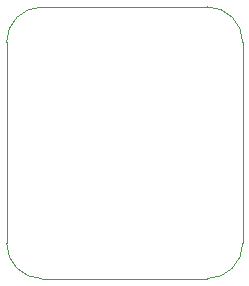
<source format=gm1>
G04 #@! TF.GenerationSoftware,KiCad,Pcbnew,(6.0.11-0)*
G04 #@! TF.CreationDate,2023-06-01T19:50:38-06:00*
G04 #@! TF.ProjectId,LightSensorPCB,4c696768-7453-4656-9e73-6f725043422e,rev?*
G04 #@! TF.SameCoordinates,Original*
G04 #@! TF.FileFunction,Profile,NP*
%FSLAX46Y46*%
G04 Gerber Fmt 4.6, Leading zero omitted, Abs format (unit mm)*
G04 Created by KiCad (PCBNEW (6.0.11-0)) date 2023-06-01 19:50:38*
%MOMM*%
%LPD*%
G01*
G04 APERTURE LIST*
G04 #@! TA.AperFunction,Profile*
%ADD10C,0.100000*%
G04 #@! TD*
G04 APERTURE END LIST*
D10*
X103000000Y-123000000D02*
X117000000Y-123000000D01*
X103000000Y-100000000D02*
G75*
G03*
X100000000Y-103000000I0J-3000000D01*
G01*
X100000000Y-103000000D02*
X100000000Y-120000000D01*
X120000000Y-120000000D02*
X120000000Y-103000000D01*
X117000000Y-100000000D02*
X103000000Y-100000000D01*
X120000000Y-103000000D02*
G75*
G03*
X117000000Y-100000000I-3000000J0D01*
G01*
X100000000Y-120000000D02*
G75*
G03*
X103000000Y-123000000I3000000J0D01*
G01*
X117000000Y-123000000D02*
G75*
G03*
X120000000Y-120000000I0J3000000D01*
G01*
M02*

</source>
